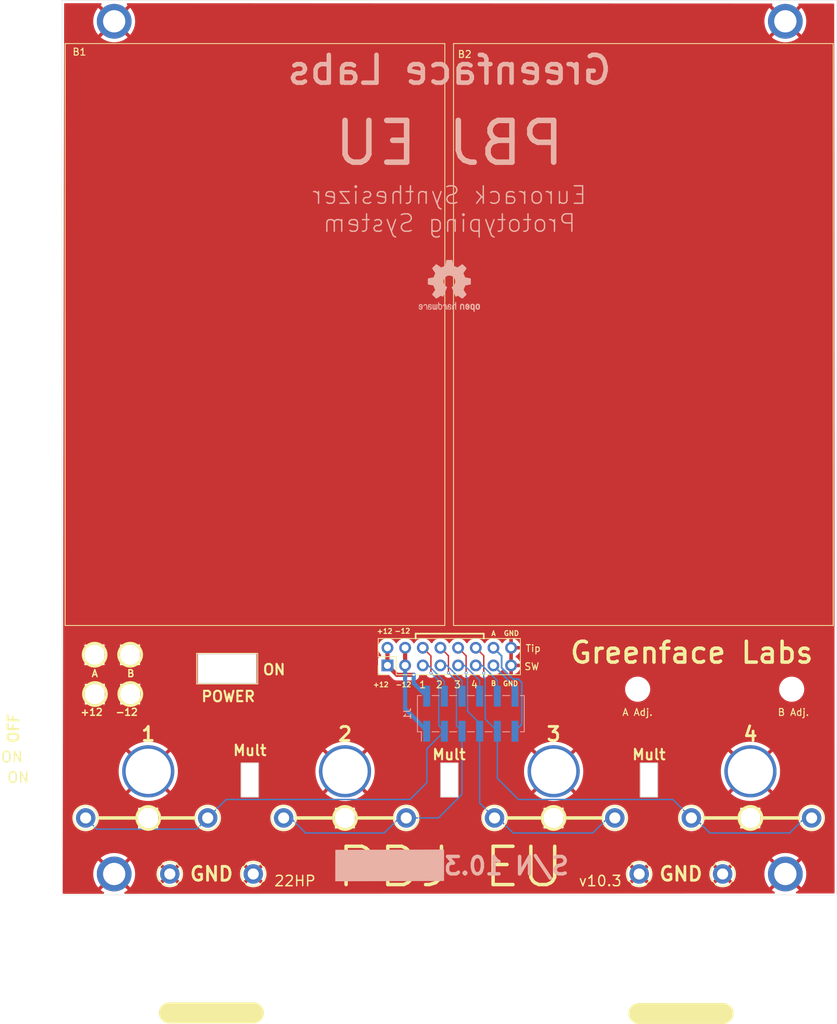
<source format=kicad_pcb>
(kicad_pcb (version 20240108) (generator "pcbnew") (generator_version "8.0")
  (title_block (title "PBJ EU") (rev "10.3") (company "Greenface Labs"))
  (layers (0 "F.Cu" signal) (31 "B.Cu" signal) (34 "B.Paste" user) (35 "F.Paste" user) (36 "B.SilkS" user "B.Silkscreen") (37 "F.SilkS" user "F.Silkscreen") (38 "B.Mask" user) (39 "F.Mask" user) (44 "Edge.Cuts" user))
  (net 0 "")
  (net 1 "Tip1")
  (net 2 "GND")
  (net 3 "Tip2")
  (net 4 "Tip3")
  (net 5 "Tip4")
  (net 6 "-12V")
  (net 7 "+12V")
  (net 8 "SW1")
  (net 9 "SW2")
  (net 10 "SW3")
  (net 11 "SW4")
  (net 12 "A Rail")
  (net 13 "B Rail")
  (footprint "panel:MountingHole_3.2mm_M3_SmPad" (layer "F.Cu") (at 47.5 155.5)
    (property "Reference" "H1" (hide yes))
    (property "Value" "MountingHole_Pad")
    (pad "1" thru_hole circle (at 0 0) (size 5 5) (drill 3.2) (layers "*.Cu" "*.Mask") (net 2 "GND"))
  )
  (footprint "panel:MountingHole_3.2mm_M3_SmPad" (layer "F.Cu") (at 144.02 155.5)
    (property "Reference" "H2" (hide yes))
    (property "Value" "MountingHole_Pad")
    (pad "1" thru_hole circle (at 0 0) (size 5 5) (drill 3.2) (layers "*.Cu" "*.Mask") (net 2 "GND"))
  )
  (footprint "panel:MountingHole_3.2mm_M3_SmPad" (layer "F.Cu") (at 144.02 33)
    (property "Reference" "H3" (hide yes))
    (property "Value" "MountingHole_Pad")
    (pad "1" thru_hole circle (at 0 0) (size 5 5) (drill 3.2) (layers "*.Cu" "*.Mask") (net 2 "GND"))
  )
  (footprint "panel:MountingHole_3.2mm_M3_SmPad" (layer "F.Cu") (at 47.5 33)
    (property "Reference" "H4" (hide yes))
    (property "Value" "MountingHole_Pad")
    (pad "1" thru_hole circle (at 0 0) (size 5 5) (drill 3.2) (layers "*.Cu" "*.Mask") (net 2 "GND"))
  )
  (footprint "TestPoint:TestPoint_Keystone_5005-5009_Compact" (layer "F.Cu") (at 60.95 147.45)
    (property "Reference" "TP2" (hide yes))
    (property "Value" "TestPoint")
    (pad "1" thru_hole circle (at 0 0) (size 2.8 2.8) (drill 1.6) (layers "*.Cu" "*.Mask") (net 1 "Tip1"))
  )
  (footprint "TestPoint:TestPoint_Keystone_5005-5009_Compact" (layer "F.Cu") (at 119.5 147.45)
    (property "Reference" "TP4" (hide yes))
    (property "Value" "TestPoint")
    (pad "1" thru_hole circle (at 0 0) (size 2.8 2.8) (drill 1.6) (layers "*.Cu" "*.Mask") (net 4 "Tip3"))
  )
  (footprint "TestPoint:TestPoint_Keystone_5005-5009_Compact" (layer "F.Cu") (at 130.5 147.45)
    (property "Reference" "TP7" (hide yes))
    (property "Value" "TestPoint")
    (pad "1" thru_hole circle (at 0 0) (size 2.8 2.8) (drill 1.6) (layers "*.Cu" "*.Mask") (net 5 "Tip4"))
  )
  (footprint "TestPoint:TestPoint_Keystone_5005-5009_Compact" (layer "F.Cu") (at 147.8 147.45)
    (property "Reference" "TP8" (hide yes))
    (property "Value" "TestPoint")
    (pad "1" thru_hole circle (at 0 0) (size 2.8 2.8) (drill 1.6) (layers "*.Cu" "*.Mask") (net 5 "Tip4"))
  )
  (footprint "panel:Proto_400" (layer "F.Cu") (at 123.6 78 90)
    (property "Reference" "B2" (at 40.26 -25.69 180) (layer "F.SilkS"))
    (property "Value" "Breadboard_400")
  )
  (footprint "TestPoint:TestPoint_Keystone_5005-5009_Compact" (layer "F.Cu") (at 43.4 147.45)
    (property "Reference" "TP1" (hide yes))
    (property "Value" "TestPoint")
    (pad "1" thru_hole circle (at 0 0) (size 2.8 2.8) (drill 1.6) (layers "*.Cu" "*.Mask") (net 1 "Tip1"))
  )
  (footprint "TestPoint:TestPoint_Keystone_5005-5009_Compact" (layer "F.Cu") (at 102.2 147.45)
    (property "Reference" "TP3" (hide yes))
    (property "Value" "TestPoint")
    (pad "1" thru_hole circle (at 0 0) (size 2.8 2.8) (drill 1.6) (layers "*.Cu" "*.Mask") (net 4 "Tip3"))
  )
  (footprint "panel:3mmLED_seethru_small" (layer "F.Cu") (at 79.43 147.45)
    (property "Reference" "LED2" (hide yes))
    (property "Value" "Red/Green Led" (hide yes))
    (zone (net 0) (net_name "") (layers "*.Cu" "F.Adhes" "F.Paste") (connect_pads (clearance 0)) (min_thickness 0.25)
      (keepout (tracks not_allowed) (vias not_allowed) (pads not_allowed) (copperpour not_allowed) (footprints allowed))
      (fill (thermal_gap 0.5) (thermal_bridge_width 0.5))
      (polygon (pts (xy 79.24 148.96) (xy 82.12 148.94) (xy 82.13 145.97) (xy 79.24 145.99)))
    )
  )
  (footprint "panel:3mmLED_seethru_small" (layer "F.Cu") (at 48.525 124)
    (property "Reference" "LED10" (hide yes))
    (property "Value" "Yel Led" (hide yes))
    (zone (net 0) (net_name "") (layers "*.Cu" "F.Adhes" "F.Paste") (connect_pads (clearance 0)) (min_thickness 0.25)
      (keepout (tracks not_allowed) (vias not_allowed) (pads not_allowed) (copperpour not_allowed) (footprints allowed))
      (fill (thermal_gap 0.5) (thermal_bridge_width 0.5))
      (polygon (pts (xy 48.335 125.51) (xy 51.215 125.49) (xy 51.225 122.52) (xy 48.335 122.54)))
    )
  )
  (footprint "panel:3mmLED_seethru_small" (layer "F.Cu") (at 137.73 147.45)
    (property "Reference" "LED4" (hide yes))
    (property "Value" "Red/Green Led" (hide yes))
    (zone (net 0) (net_name "") (layers "*.Cu" "F.Adhes" "F.Paste") (connect_pads (clearance 0)) (min_thickness 0.25)
      (keepout (tracks not_allowed) (vias not_allowed) (pads not_allowed) (copperpour not_allowed) (footprints allowed))
      (fill (thermal_gap 0.5) (thermal_bridge_width 0.5))
      (polygon (pts (xy 137.54 148.96) (xy 140.42 148.94) (xy 140.43 145.97) (xy 137.54 145.99)))
    )
  )
  (footprint "panel:Jack_3.5mm_QingPu_WQP-PJ398SM_Vertical" (layer "F.Cu") (at 52.4 140.75 -90)
    (property "Reference" "H7" (hide yes))
    (property "Value" "MountingHole_Pad")
    (pad "1" thru_hole circle (at 0 0 270) (size 7.5 7.5) (drill 6.5) (layers "*.Cu" "*.Mask") (net 2 "GND"))
  )
  (footprint "panel:MFS201N−9−Z" (layer "F.Cu") (at 63.75 126 180)
    (property "Reference" "SW3" (hide yes))
    (property "Value" "Power")
    (fp_rect (start -4.2 -2.1) (end 4.2 2.1) (stroke (width 0.12)) (fill none) (layer "Edge.Cuts"))
  )
  (footprint "panel:3mmLED_seethru_small" (layer "F.Cu") (at 109.43 147.45)
    (property "Reference" "LED3" (hide yes))
    (property "Value" "Red/Green Led" (hide yes))
    (zone (net 0) (net_name "") (layers "*.Cu" "F.Adhes" "F.Paste") (connect_pads (clearance 0)) (min_thickness 0.25)
      (keepout (tracks not_allowed) (vias not_allowed) (pads not_allowed) (copperpour not_allowed) (footprints allowed))
      (fill (thermal_gap 0.5) (thermal_bridge_width 0.5))
      (polygon (pts (xy 109.24 148.96) (xy 112.12 148.94) (xy 112.13 145.97) (xy 109.24 145.99)))
    )
  )
  (footprint "panel:Jack_3.5mm_QingPu_WQP-PJ398SM_Vertical" (layer "F.Cu") (at 139 140.75 90)
    (property "Reference" "H6" (hide yes))
    (property "Value" "MountingHole_Pad")
    (pad "1" thru_hole circle (at 0 0 90) (size 7.5 7.5) (drill 6.5) (layers "*.Cu" "*.Mask") (net 2 "GND"))
  )
  (footprint "panel:Jack_3.5mm_QingPu_WQP-PJ398SM_Vertical" (layer "F.Cu") (at 110.7 140.75 90)
    (property "Reference" "H5" (hide yes))
    (property "Value" "MountingHole_Pad")
    (pad "1" thru_hole circle (at 0 0 90) (size 7.5 7.5) (drill 6.5) (layers "*.Cu" "*.Mask") (net 2 "GND"))
  )
  (footprint "Connector_PinHeader_2.54mm:PinHeader_2x08_P2.54mm_Vertical" (layer "F.Cu") (at 86.8 125.54 90)
    (property "Reference" "J6" (hide yes))
    (property "Value" "Conn_02x08_Odd_Even_Female")
    (pad "1" thru_hole rect (at 0 0 90) (size 1.7 1.7) (drill 1) (layers "*.Cu" "*.Mask") (net 7 "+12V"))
    (pad "2" thru_hole oval (at 2.54 0 90) (size 1.7 1.7) (drill 1) (layers "*.Cu" "*.Mask") (net 7 "+12V"))
    (pad "3" thru_hole oval (at 0 2.54 90) (size 1.7 1.7) (drill 1) (layers "*.Cu" "*.Mask") (net 6 "-12V"))
    (pad "4" thru_hole oval (at 2.54 2.54 90) (size 1.7 1.7) (drill 1) (layers "*.Cu" "*.Mask") (net 6 "-12V"))
    (pad "5" thru_hole oval (at 0 5.08 90) (size 1.7 1.7) (drill 1) (layers "*.Cu" "*.Mask") (net 8 "SW1"))
    (pad "6" thru_hole oval (at 2.54 5.08 90) (size 1.7 1.7) (drill 1) (layers "*.Cu" "*.Mask") (net 1 "Tip1"))
    (pad "7" thru_hole oval (at 0 7.62 90) (size 1.7 1.7) (drill 1) (layers "*.Cu" "*.Mask") (net 9 "SW2"))
    (pad "8" thru_hole oval (at 2.54 7.62 90) (size 1.7 1.7) (drill 1) (layers "*.Cu" "*.Mask") (net 3 "Tip2"))
    (pad "9" thru_hole oval (at 0 10.16 90) (size 1.7 1.7) (drill 1) (layers "*.Cu" "*.Mask") (net 10 "SW3"))
    (pad "10" thru_hole oval (at 2.54 10.16 90) (size 1.7 1.7) (drill 1) (layers "*.Cu" "*.Mask") (net 4 "Tip3"))
    (pad "11" thru_hole oval (at 0 12.7 90) (size 1.7 1.7) (drill 1) (layers "*.Cu" "*.Mask") (net 11 "SW4"))
    (pad "12" thru_hole oval (at 2.54 12.7 90) (size 1.7 1.7) (drill 1) (layers "*.Cu" "*.Mask") (net 5 "Tip4"))
    (pad "13" thru_hole oval (at 0 15.24 90) (size 1.7 1.7) (drill 1) (layers "*.Cu" "*.Mask") (net 13 "B Rail"))
    (pad "14" thru_hole oval (at 2.54 15.24 90) (size 1.7 1.7) (drill 1) (layers "*.Cu" "*.Mask") (net 12 "A Rail"))
    (pad "15" thru_hole oval (at 0 17.78 90) (size 1.7 1.7) (drill 1) (layers "*.Cu" "*.Mask") (net 2 "GND"))
    (pad "16" thru_hole oval (at 2.54 17.78 90) (size 1.7 1.7) (drill 1) (layers "*.Cu" "*.Mask") (net 2 "GND"))
  )
  (footprint "MountingHole:MountingHole_3.2mm_M3" (layer "F.Cu") (at 122.781 128.955)
    (property "Reference" "H9" (hide yes))
    (property "Value" "MountingHole" (hide yes))
    (pad "" np_thru_hole circle (at 0 0) (size 3.2 3.2) (drill 3.2) (layers "*.Cu" "*.Mask"))
  )
  (footprint "TestPoint:TestPoint_Keystone_5005-5009_Compact" (layer "F.Cu") (at 123 155.5)
    (property "Reference" "TP11" (hide yes))
    (property "Value" "TestPoint" (hide yes))
    (pad "1" thru_hole circle (at 0 0) (size 2.8 2.8) (drill 1.6) (layers "*.Cu" "*.Mask") (net 2 "GND"))
  )
  (footprint "panel:3mmLED_seethru_small" (layer "F.Cu") (at 51.13 147.45)
    (property "Reference" "LED1" (hide yes))
    (property "Value" "Red/Green Led" (hide yes))
    (zone (net 0) (net_name "") (layers "*.Cu" "F.Adhes" "F.Paste") (connect_pads (clearance 0)) (min_thickness 0.25)
      (keepout (tracks not_allowed) (vias not_allowed) (pads not_allowed) (copperpour not_allowed) (footprints allowed))
      (fill (thermal_gap 0.5) (thermal_bridge_width 0.5))
      (polygon (pts (xy 50.94 148.96) (xy 53.82 148.94) (xy 53.83 145.97) (xy 50.94 145.99)))
    )
  )
  (footprint "panel:EG1248" (layer "F.Cu") (at 95.7 142 90)
    (property "Reference" "MULT2" (hide yes))
    (property "Value" "Mult")
    (fp_line (start 2.45 -1.25) (end 2.45 1.25) (stroke (width 0.12)) (layer "Edge.Cuts"))
    (fp_line (start -2.45 -1.25) (end 2.45 -1.25) (stroke (width 0.12)) (layer "Edge.Cuts"))
    (fp_line (start -2.45 -1.25) (end -2.45 1.25) (stroke (width 0.12)) (layer "Edge.Cuts"))
    (fp_line (start -2.45 1.25) (end 2.45 1.25) (stroke (width 0.12)) (layer "Edge.Cuts"))
  )
  (footprint "panel:3mmLED_seethru_small" (layer "F.Cu") (at 43.465 129.65)
    (property "Reference" "LED11" (hide yes))
    (property "Value" "Red Led" (hide yes))
    (zone (net 0) (net_name "") (layers "*.Cu" "F.Adhes" "F.Paste") (connect_pads (clearance 0)) (min_thickness 0.25)
      (keepout (tracks not_allowed) (vias not_allowed) (pads not_allowed) (copperpour not_allowed) (footprints allowed))
      (fill (thermal_gap 0.5) (thermal_bridge_width 0.5))
      (polygon (pts (xy 43.275 131.16) (xy 46.155 131.14) (xy 46.165 128.17) (xy 43.275 128.19)))
    )
  )
  (footprint "TestPoint:TestPoint_Keystone_5005-5009_Compact" (layer "F.Cu") (at 135 155.5)
    (property "Reference" "TP12" (hide yes))
    (property "Value" "TestPoint" (hide yes))
    (pad "1" thru_hole circle (at 0 0) (size 2.8 2.8) (drill 1.6) (layers "*.Cu" "*.Mask") (net 2 "GND"))
  )
  (footprint "panel:Proto_400" (layer "F.Cu") (at 67.75 78 90)
    (property "Reference" "B1" (at 40.6 -25.25 180) (layer "F.SilkS"))
    (property "Value" "Breadboard_400")
  )
  (footprint "panel:3mmLED_seethru_small" (layer "F.Cu") (at 48.55 129.65)
    (property "Reference" "LED12" (hide yes))
    (property "Value" "Blue Led" (hide yes))
    (zone (net 0) (net_name "") (layers "*.Cu" "F.Adhes" "F.Paste") (connect_pads (clearance 0)) (min_thickness 0.25)
      (keepout (tracks not_allowed) (vias not_allowed) (pads not_allowed) (copperpour not_allowed) (footprints allowed))
      (fill (thermal_gap 0.5) (thermal_bridge_width 0.5))
      (polygon (pts (xy 48.36 131.16) (xy 51.24 131.14) (xy 51.25 128.17) (xy 48.36 128.19)))
    )
  )
  (footprint "panel:EG1248" (layer "F.Cu") (at 124.4 142 90)
    (property "Reference" "MULT3" (hide yes))
    (property "Value" "Mult")
    (fp_line (start 2.45 -1.25) (end 2.45 1.25) (stroke (width 0.12)) (layer "Edge.Cuts"))
    (fp_line (start -2.45 -1.25) (end 2.45 -1.25) (stroke (width 0.12)) (layer "Edge.Cuts"))
    (fp_line (start -2.45 -1.25) (end -2.45 1.25) (stroke (width 0.12)) (layer "Edge.Cuts"))
    (fp_line (start -2.45 1.25) (end 2.45 1.25) (stroke (width 0.12)) (layer "Edge.Cuts"))
  )
  (footprint "panel:Jack_3.5mm_QingPu_WQP-PJ398SM_Vertical" (layer "F.Cu") (at 80.7 140.75 -90)
    (property "Reference" "H8" (hide yes))
    (property "Value" "MountingHole_Pad")
    (pad "1" thru_hole circle (at 0 0 270) (size 7.5 7.5) (drill 6.5) (layers "*.Cu" "*.Mask") (net 2 "GND"))
  )
  (footprint "panel:3mmLED_seethru_small" (layer "F.Cu") (at 43.42 124)
    (property "Reference" "LED9" (hide yes))
    (property "Value" "Grn Led" (hide yes))
    (zone (net 0) (net_name "") (layers "*.Cu" "F.Adhes" "F.Paste") (connect_pads (clearance 0)) (min_thickness 0.25)
      (keepout (tracks not_allowed) (vias not_allowed) (pads not_allowed) (copperpour not_allowed) (footprints allowed))
      (fill (thermal_gap 0.5) (thermal_bridge_width 0.5))
      (polygon (pts (xy 43.23 125.51) (xy 46.11 125.49) (xy 46.12 122.52) (xy 43.23 122.54)))
    )
  )
  (footprint "TestPoint:TestPoint_Keystone_5005-5009_Compact" (layer "F.Cu") (at 55.5 155.5)
    (property "Reference" "TP9" (hide yes))
    (property "Value" "TestPoint" (hide yes))
    (pad "1" thru_hole circle (at 0 0) (size 2.8 2.8) (drill 1.6) (layers "*.Cu" "*.Mask") (net 2 "GND"))
  )
  (footprint "TestPoint:TestPoint_Keystone_5005-5009_Compact" (layer "F.Cu") (at 89.5 147.45)
    (property "Reference" "TP6" (hide yes))
    (property "Value" "TestPoint")
    (pad "1" thru_hole circle (at 0 0) (size 2.8 2.8) (drill 1.6) (layers "*.Cu" "*.Mask") (net 3 "Tip2"))
  )
  (footprint "MountingHole:MountingHole_3.2mm_M3" (layer "F.Cu") (at 144.931 128.955)
    (property "Reference" "H10" (hide yes))
    (property "Value" "MountingHole" (hide yes))
    (pad "" np_thru_hole circle (at 0 0) (size 3.2 3.2) (drill 3.2) (layers "*.Cu" "*.Mask"))
  )
  (footprint "panel:EG1248" (layer "F.Cu") (at 67 142 90)
    (property "Reference" "MULT1" (hide yes))
    (property "Value" "Mult")
    (fp_line (start 2.45 -1.25) (end 2.45 1.25) (stroke (width 0.12)) (layer "Edge.Cuts"))
    (fp_line (start -2.45 -1.25) (end 2.45 -1.25) (stroke (width 0.12)) (layer "Edge.Cuts"))
    (fp_line (start -2.45 -1.25) (end -2.45 1.25) (stroke (width 0.12)) (layer "Edge.Cuts"))
    (fp_line (start -2.45 1.25) (end 2.45 1.25) (stroke (width 0.12)) (layer "Edge.Cuts"))
  )
  (footprint "TestPoint:TestPoint_Keystone_5005-5009_Compact" (layer "F.Cu") (at 67.5 155.5)
    (property "Reference" "TP10" (hide yes))
    (property "Value" "TestPoint" (hide yes))
    (pad "1" thru_hole circle (at 0 0) (size 2.8 2.8) (drill 1.6) (layers "*.Cu" "*.Mask") (net 2 "GND"))
  )
  (footprint "TestPoint:TestPoint_Keystone_5005-5009_Compact" (layer "F.Cu") (at 71.87 147.45)
    (property "Reference" "TP5" (hide yes))
    (property "Value" "TestPoint")
    (pad "1" thru_hole circle (at 0 0) (size 2.8 2.8) (drill 1.6) (layers "*.Cu" "*.Mask") (net 3 "Tip2"))
  )
  (footprint "greenface:PinSocket_2x06_P2.54mm_Vertical_SMD_no_holes" (layer "B.Cu") (at 98.79 132.47 -90)
    (property "Reference" "J1" (at 0 9.12 90) (layer "B.SilkS") (effects (justify mirror)))
    (property "Value" "Conn_02x06_Odd_Even")
    (pad "1" smd rect (at 2.52 6.35 270) (size 3 1) (layers "B.Cu" "B.Paste" "B.Mask") (net 6 "-12V"))
    (pad "2" smd rect (at -2.52 6.35 270) (size 3 1) (layers "B.Cu" "B.Paste" "B.Mask") (net 7 "+12V"))
    (pad "3" smd rect (at 2.52 3.81 270) (size 3 1) (layers "B.Cu" "B.Paste" "B.Mask") (net 1 "Tip1"))
    (pad "4" smd rect (at -2.52 3.81 270) (size 3 1) (layers "B.Cu" "B.Paste" "B.Mask") (net 8 "SW1"))
    (pad "5" smd rect (at 2.52 1.27 270) (size 3 1) (layers "B.Cu" "B.Paste" "B.Mask") (net 3 "Tip2"))
    (pad "6" smd rect (at -2.52 1.27 270) (size 3 1) (layers "B.Cu" "B.Paste" "B.Mask") (net 9 "SW2"))
    (pad "7" smd rect (at 2.52 -1.27 270) (size 3 1) (layers "B.Cu" "B.Paste" "B.Mask") (net 4 "Tip3"))
    (pad "8" smd rect (at -2.52 -1.27 270) (size 3 1) (layers "B.Cu" "B.Paste" "B.Mask") (net 10 "SW3"))
    (pad "9" smd rect (at 2.52 -3.81 270) (size 3 1) (layers "B.Cu" "B.Paste" "B.Mask") (net 5 "Tip4"))
    (pad "10" smd rect (at -2.52 -3.81 270) (size 3 1) (layers "B.Cu" "B.Paste" "B.Mask") (net 11 "SW4"))
    (pad "11" smd rect (at 2.52 -6.35 270) (size 3 1) (layers "B.Cu" "B.Paste" "B.Mask") (net 12 "A Rail"))
    (pad "12" smd rect (at -2.52 -6.35 270) (size 3 1) (layers "B.Cu" "B.Paste" "B.Mask") (net 13 "B Rail"))
  )
  (footprint "Symbol:OSHW-Logo2_9.8x8mm_SilkScreen" (layer "B.Cu") (at 95.7 71 180)
    (property "Reference" "GR2" (hide yes))
    (property "Value" "OSWF_logo" (hide yes))
  )
  (gr_poly (pts (xy 94.886046 156.457983) (xy 79.343647 156.499748) (xy 79.35336 152.081392) (xy 94.895759 152.039627)) (stroke (width 0.1)) (fill solid) (layer "B.SilkS"))
  (gr_line (start 122.96 175.54) (end 135.08 175.54) (stroke (width 3)) (layer "F.SilkS"))
  (gr_line (start 90.85 120.975) (end 100.65 120.975) (stroke (width 0.25)) (layer "F.SilkS"))
  (gr_line (start 104.14 147.45) (end 109 147.45) (stroke (width 0.5)) (layer "F.SilkS"))
  (gr_line (start 140.656663 147.45) (end 145.85 147.45) (stroke (width 0.5)) (layer "F.SilkS"))
  (gr_line (start 45.35 147.45) (end 50.7 147.45) (stroke (width 0.5)) (layer "F.SilkS"))
  (gr_line (start 100.65 120.975) (end 100.65 121.675) (stroke (width 0.25)) (layer "F.SilkS"))
  (gr_line (start 82.4195 147.45) (end 87.6 147.45) (stroke (width 0.5)) (layer "F.SilkS"))
  (gr_line (start 55.42 175.46) (end 67.54 175.46) (stroke (width 3)) (layer "F.SilkS"))
  (gr_line (start 112.387 147.45) (end 117.602 147.45) (stroke (width 0.5)) (layer "F.SilkS"))
  (gr_line (start 54.221 147.45) (end 59 147.45) (stroke (width 0.5)) (layer "F.SilkS"))
  (gr_line (start 132.4 147.45) (end 137.295 147.45) (stroke (width 0.5)) (layer "F.SilkS"))
  (gr_line (start 90.85 120.975) (end 90.85 121.675) (stroke (width 0.25)) (layer "F.SilkS"))
  (gr_line (start 73.779 147.45) (end 79 147.45) (stroke (width 0.5)) (layer "F.SilkS"))
  (gr_line (start 40 158.5) (end 151.4 158.5) (stroke (width 0.05)) (layer "Edge.Cuts"))
  (gr_line (start 151.4 158.5) (end 151.4 30) (stroke (width 0.05)) (layer "Edge.Cuts"))
  (gr_line (start 40 158.5) (end 40 30) (stroke (width 0.05)) (layer "Edge.Cuts"))
  (gr_line (start 40 30) (end 151.4 30) (stroke (width 0.05)) (layer "Edge.Cuts"))
  (gr_text "Greenface Labs" (at 95.7 40 0) (layer "B.SilkS") (effects (font (size 4 4) (thickness 0.65)) (justify mirror)))
  (gr_text "PBJ EU" (at 95.7 50.5 0) (layer "B.SilkS") (effects (font (size 6 6) (thickness 0.8)) (justify mirror)))
  (gr_text "Eurorack Synthesizer\nPrototyping System\n" (at 95.7 60 0) (layer "B.SilkS") (effects (font (size 2.5 2.5) (thickness 0.2)) (justify mirror)))
  (gr_text "S/N 10.3" (at 103.9 154.35 0) (layer "B.SilkS") (effects (font (size 2.5 2.5) (thickness 0.5)) (justify mirror)))
  (gr_text "Tip" (at 107.75 123.1 0) (layer "F.SilkS") (effects (font (size 1 1))))
  (gr_text "SW" (at 107.55 125.7 0) (layer "F.SilkS") (effects (font (size 1 1))))
  (gr_text "22HP" (at 73.5 156.5 0) (layer "F.SilkS") (effects (font (size 1.5 1.5) (thickness 0.2))))
  (gr_text "2" (at 94.25 128.3 0) (layer "F.SilkS") (effects (font (size 1 1))))
  (gr_text "3" (at 96.85 128.3 0) (layer "F.SilkS") (effects (font (size 1 1))))
  (gr_text "4" (at 99.3 128.3 0) (layer "F.SilkS") (effects (font (size 1 1))))
  (gr_text "B" (at 102.05 128.125 0) (layer "F.SilkS") (effects (font (size 0.7 0.7))))
  (gr_text "GND" (at 104.5 128.15 0) (layer "F.SilkS") (effects (font (size 0.7 0.7))))
  (gr_text "GND" (at 129 155.5 0) (layer "F.SilkS") (effects (font (size 2 2) (thickness 0.4))))
  (gr_text "Mult" (at 124.4 138.35 0) (layer "F.SilkS") (effects (font (size 1.5 1.5) (thickness 0.3))))
  (gr_text "B Adj." (at 142.852 132.858 0) (layer "F.SilkS") (effects (font (size 1 1)) (justify left bottom)))
  (gr_text "+12" (at 85.85 128.3 0) (layer "F.SilkS") (effects (font (size 0.7 0.7))))
  (gr_text "GND" (at 61.5 155.5 0) (layer "F.SilkS") (effects (font (size 2 2) (thickness 0.4))))
  (gr_text "v10.3" (at 117.4 156.5 0) (layer "F.SilkS") (effects (font (size 1.5 1.5) (thickness 0.2))))
  (gr_text "Mult" (at 95.65 138.35 0) (layer "F.SilkS") (effects (font (size 1.5 1.5) (thickness 0.3))))
  (gr_text "PBJ EU" (at 95.85 154.5 0) (layer "F.SilkS") (effects (font (size 5.5 6) (thickness 0.5))))
  (gr_text "4" (at 139 135.4 0) (layer "F.SilkS") (effects (font (size 2 2) (thickness 0.4))))
  (gr_text "1" (at 91.85 128.3 0) (layer "F.SilkS") (effects (font (size 1 1))))
  (gr_text "B" (at 49.25 126.7 0) (layer "F.SilkS") (effects (font (size 1 1) (thickness 0.2)) (justify left)))
  (gr_text "ON" (at 33.7 141.65 0) (layer "F.SilkS") (effects (font (size 1.5 1.5) (thickness 0.2))))
  (gr_text "A Adj." (at 120.496 132.858 0) (layer "F.SilkS") (effects (font (size 1 1)) (justify left bottom)))
  (gr_text "A" (at 102.05 120.95 0) (layer "F.SilkS") (effects (font (size 0.7 0.7))))
  (gr_text "-12" (at 47.6 132.25 0) (layer "F.SilkS") (effects (font (size 1 1) (thickness 0.2)) (justify left)))
  (gr_text "1" (at 52.4 135.4 0) (layer "F.SilkS") (effects (font (size 2 2) (thickness 0.4))))
  (gr_text "Greenface Labs" (at 130.556 123.698 0) (layer "F.SilkS") (effects (font (size 3 3) (thickness 0.5))))
  (gr_text "ON" (at 70.5 126.15 0) (layer "F.SilkS") (effects (font (size 1.5 1.5) (thickness 0.3))))
  (gr_text "POWER" (at 63.9 130 0) (layer "F.SilkS") (effects (font (size 1.5 1.5) (thickness 0.3))))
  (gr_text "Mult" (at 67 137.75 0) (layer "F.SilkS") (effects (font (size 1.5 1.5) (thickness 0.3))))
  (gr_text "-12" (at 89.1 128.3 0) (layer "F.SilkS") (effects (font (size 0.7 0.7))))
  (gr_text "2" (at 80.7 135.4 0) (layer "F.SilkS") (effects (font (size 2 2) (thickness 0.4))))
  (gr_text "+12" (at 42.55 132.25 0) (layer "F.SilkS") (effects (font (size 1 1) (thickness 0.2)) (justify left)))
  (gr_text "OFF" (at 33 134.55 90) (layer "F.SilkS") (effects (font (size 1.5 1.5) (thickness 0.3))))
  (gr_text "GND" (at 104.625 120.925 0) (layer "F.SilkS") (effects (font (size 0.7 0.7))))
  (gr_text "A" (at 44.15 126.7 0) (layer "F.SilkS") (effects (font (size 1 1) (thickness 0.2)) (justify left)))
  (gr_text "-12" (at 88.95 120.6 0) (layer "F.SilkS") (effects (font (size 0.7 0.7))))
  (gr_text "ON" (at 32.8 138.7 0) (layer "F.SilkS") (effects (font (size 1.5 1.5) (thickness 0.2))))
  (gr_text "+12" (at 86.4 120.625 0) (layer "F.SilkS") (effects (font (size 0.7 0.7))))
  (gr_text "3" (at 110.7 135.4 0) (layer "F.SilkS") (effects (font (size 2 2) (thickness 0.4))))
  (segment (start 91.88 123) (end 93.05 124.17) (width 0.2) (layer "F.Cu") (net 1))
  (segment (start 93.05 124.17) (end 93.05 126.61) (width 0.2) (layer "F.Cu") (net 1))
  (via (at 93.05 126.61) (size 0.4) (drill 0.25) (layers "F.Cu" "B.Cu") (net 1))
  (segment (start 45.01 149.06) (end 59.34 149.06) (width 0.2) (layer "B.Cu") (net 1))
  (segment (start 93.05 126.61) (end 94.18 127.74) (width 0.2) (layer "B.Cu") (net 1))
  (segment (start 92.47 137.5) (end 92.47 142.37) (width 0.2) (layer "B.Cu") (net 1))
  (segment (start 90.04 144.8) (end 63.6 144.8) (width 0.2) (layer "B.Cu") (net 1))
  (segment (start 92.47 137.5) (end 94.98 134.99) (width 0.2) (layer "B.Cu") (net 1))
  (segment (start 43.4 147.45) (end 45.01 149.06) (width 0.2) (layer "B.Cu") (net 1))
  (segment (start 59.34 149.06) (end 60.95 147.45) (width 0.2) (layer "B.Cu") (net 1))
  (segment (start 63.6 144.8) (end 60.95 147.45) (width 0.2) (layer "B.Cu") (net 1))
  (segment (start 94.18 127.74) (end 94.18 134.19) (width 0.2) (layer "B.Cu") (net 1))
  (segment (start 94.18 134.19) (end 94.98 134.99) (width 0.2) (layer "B.Cu") (net 1))
  (segment (start 92.47 142.37) (end 90.04 144.8) (width 0.2) (layer "B.Cu") (net 1))
  (segment (start 94.42 123) (end 95.57 124.15) (width 0.2) (layer "F.Cu") (net 3))
  (segment (start 95.57 124.15) (end 95.57 126.6) (width 0.2) (layer "F.Cu") (net 3))
  (via (at 95.57 126.6) (size 0.4) (drill 0.25) (layers "F.Cu" "B.Cu") (net 3))
  (segment (start 75.026 149.606) (end 86.344 149.606) (width 0.2) (layer "B.Cu") (net 3))
  (segment (start 97.52 134.99) (end 97.52 144.056777) (width 0.2) (layer "B.Cu") (net 3))
  (segment (start 72.87 147.45) (end 75.026 149.606) (width 0.2) (layer "B.Cu") (net 3))
  (segment (start 94.126777 147.45) (end 89.5 147.45) (width 0.2) (layer "B.Cu") (net 3))
  (segment (start 95.57 126.6) (end 96.72 127.75) (width 0.2) (layer "B.Cu") (net 3))
  (segment (start 97.52 144.056777) (end 94.126777 147.45) (width 0.2) (layer "B.Cu") (net 3))
  (segment (start 86.344 149.606) (end 88.5 147.45) (width 0.2) (layer "B.Cu") (net 3))
  (segment (start 96.72 127.75) (end 96.72 134.19) (width 0.2) (layer "B.Cu") (net 3))
  (segment (start 96.72 134.19) (end 97.52 134.99) (width 0.2) (layer "B.Cu") (net 3))
  (segment (start 98.11 126.6) (end 98.11 124.15) (width 0.2) (layer "F.Cu") (net 4))
  (segment (start 98.11 124.15) (end 96.96 123) (width 0.2) (layer "F.Cu") (net 4))
  (via (at 98.11 126.6) (size 0.4) (drill 0.25) (layers "F.Cu" "B.Cu") (net 4))
  (segment (start 98.11 127.15) (end 98.11 126.665686) (width 0.2) (layer "B.Cu") (net 4))
  (segment (start 104.856 149.606) (end 116.344 149.606) (width 0.2) (layer "B.Cu") (net 4))
  (segment (start 98.32 132.11) (end 100.06 133.85) (width 0.2) (layer "B.Cu") (net 4))
  (segment (start 100.06 145.31) (end 102.2 147.45) (width 0.2) (layer "B.Cu") (net 4))
  (segment (start 116.344 149.606) (end 118.5 147.45) (width 0.2) (layer "B.Cu") (net 4))
  (segment (start 102.7 147.45) (end 104.856 149.606) (width 0.2) (layer "B.Cu") (net 4))
  (segment (start 98.32 127.36) (end 98.32 132.11) (width 0.2) (layer "B.Cu") (net 4))
  (segment (start 100.06 133.74) (end 100.06 145.31) (width 0.2) (layer "B.Cu") (net 4))
  (segment (start 98.11 126.665686) (end 98.077157 126.632843) (width 0.2) (layer "B.Cu") (net 4))
  (segment (start 98.11 127.15) (end 98.32 127.36) (width 0.2) (layer "B.Cu") (net 4))
  (segment (start 100.06 133.85) (end 100.06 134.99) (width 0.2) (layer "B.Cu") (net 4))
  (segment (start 100.65 124.15) (end 99.5 123) (width 0.2) (layer "F.Cu") (net 5))
  (segment (start 100.65 124.15) (end 100.65 126.61) (width 0.2) (layer "F.Cu") (net 5))
  (via (at 100.65 126.61) (size 0.4) (drill 0.25) (layers "F.Cu" "B.Cu") (net 5))
  (segment (start 105.64 144.8) (end 127.85 144.8) (width 0.2) (layer "B.Cu") (net 5))
  (segment (start 100.64 127.25) (end 100.86 127.47) (width 0.2) (layer "B.Cu") (net 5))
  (segment (start 100.65 126.61) (end 100.64 127.25) (width 0.2) (layer "B.Cu") (net 5))
  (segment (start 133.156 149.606) (end 144.644 149.606) (width 0.2) (layer "B.Cu") (net 5))
  (segment (start 127.85 144.8) (end 130.5 147.45) (width 0.2) (layer "B.Cu") (net 5))
  (segment (start 100.86 133.25) (end 102.6 134.99) (width 0.2) (layer "B.Cu") (net 5))
  (segment (start 102.6 141.76) (end 105.64 144.8) (width 0.2) (layer "B.Cu") (net 5))
  (segment (start 100.86 127.47) (end 100.86 133.25) (width 0.2) (layer "B.Cu") (net 5))
  (segment (start 131 147.45) (end 133.156 149.606) (width 0.2) (layer "B.Cu") (net 5))
  (segment (start 102.6 134.99) (end 102.6 141.76) (width 0.2) (layer "B.Cu") (net 5))
  (segment (start 144.644 149.606) (end 146.8 147.45) (width 0.2) (layer "B.Cu") (net 5))
  (segment (start 89.34 123) (end 89.34 125.54) (width 0.6) (layer "F.Cu") (net 6))
  (segment (start 89.34 131.758) (end 91.186 133.604) (width 0.6) (layer "B.Cu") (net 6))
  (segment (start 91.186 133.604) (end 92.44 134.99) (width 0.6) (layer "B.Cu") (net 6))
  (segment (start 89.34 125.54) (end 89.34 131.758) (width 0.6) (layer "B.Cu") (net 6))
  (segment (start 88.15 126.89) (end 90.57 126.89) (width 0.6) (layer "F.Cu") (net 7))
  (segment (start 86.8 125.54) (end 88.15 126.89) (width 0.6) (layer "F.Cu") (net 7))
  (segment (start 86.8 123) (end 86.8 125.54) (width 0.6) (layer "F.Cu") (net 7))
  (via (at 90.57 126.89) (size 0.6) (drill 0.3) (layers "F.Cu" "B.Cu") (net 7))
  (segment (start 90.57 126.89) (end 90.57 128.08) (width 0.6) (layer "B.Cu") (net 7))
  (segment (start 90.57 128.08) (end 92.44 129.95) (width 0.6) (layer "B.Cu") (net 7))
  (segment (start 91.88 125.54) (end 92.687107 125.54) (width 0.2) (layer "B.Cu") (net 8))
  (segment (start 92.687107 125.54) (end 94.98 127.832893) (width 0.2) (layer "B.Cu") (net 8))
  (segment (start 94.98 127.832893) (end 94.98 129.95) (width 0.2) (layer "B.Cu") (net 8))
  (segment (start 95.333654 125.54) (end 97.52 127.726346) (width 0.2) (layer "B.Cu") (net 9))
  (segment (start 97.52 127.726346) (end 97.52 129.95) (width 0.2) (layer "B.Cu") (net 9))
  (segment (start 94.42 125.54) (end 95.333654 125.54) (width 0.2) (layer "B.Cu") (net 9))
  (segment (start 100.06 128.64) (end 100.06 128.7) (width 0.2) (layer "B.Cu") (net 10))
  (segment (start 100.06 127.726346) (end 100.06 129.95) (width 0.2) (layer "B.Cu") (net 10))
  (segment (start 96.96 125.54) (end 97.873654 125.54) (width 0.2) (layer "B.Cu") (net 10))
  (segment (start 97.873654 125.54) (end 100.06 127.726346) (width 0.2) (layer "B.Cu") (net 10))
  (segment (start 100.413654 125.54) (end 102.6 127.726346) (width 0.2) (layer "B.Cu") (net 11))
  (segment (start 99.5 125.54) (end 100.413654 125.54) (width 0.2) (layer "B.Cu") (net 11))
  (segment (start 102.6 127.726346) (end 102.6 129.95) (width 0.2) (layer "B.Cu") (net 11))
  (segment (start 103.215 124.175) (end 103.215 125.875) (width 0.25) (layer "B.Cu") (net 12))
  (segment (start 106.13 128.01) (end 106.13 134) (width 0.25) (layer "B.Cu") (net 12))
  (segment (start 103.215 125.875) (end 104.85 127.51) (width 0.25) (layer "B.Cu") (net 12))
  (segment (start 102.04 123) (end 103.215 124.175) (width 0.25) (layer "B.Cu") (net 12))
  (segment (start 105.63 127.51) (end 106.13 128.01) (width 0.25) (layer "B.Cu") (net 12))
  (segment (start 104.85 127.51) (end 105.63 127.51) (width 0.25) (layer "B.Cu") (net 12))
  (segment (start 106.13 134) (end 105.14 134.99) (width 0.25) (layer "B.Cu") (net 12))
  (segment (start 105.14 128.64) (end 105.14 128.7) (width 0.2) (layer "B.Cu") (net 13))
  (segment (start 102.04 125.54) (end 105.14 128.64) (width 0.25) (layer "B.Cu") (net 13))
  (zone (net 2) (net_name "GND") (layer "F.Cu") (connect_pads (clearance 0.508)) (min_thickness 0.254) (fill yes (thermal_gap 0.508) (thermal_bridge_width 0.508))
    (polygon (pts (xy 40.3 30.4) (xy 151.05 30.45) (xy 151.1 158.3) (xy 40.1 158.35)))
  )
)
</source>
